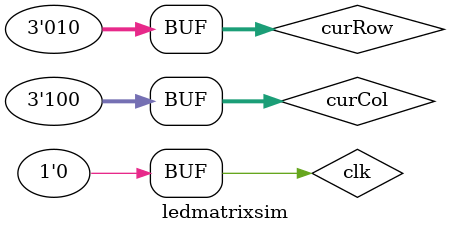
<source format=sv>
/*
 * Testbench for the module ledmatrix.
 */
module ledmatrixsim(

    );
    
    logic clk, oe, ds1, srclk, stclk, mr;
    logic [2:0] piece, row, col, curRow, curCol;
    logic [7:0] cols;
    ledmatrix l(clk, piece, curRow, curCol, row, col, cols, oe, ds1, srclk, stclk, mr);
    
    defparam l.N = 2; //4;
    
    assign piece = (row <= 2 && (col + row) & 1) ? 3'b011 : (row >= 5 && (col + row) & 1) ? 3'b001 : 0;
    assign curRow = 2;
    assign curCol = 4;
    
    always begin
            clk <= 1; #1; clk <= 0; #1;
    end
endmodule

</source>
